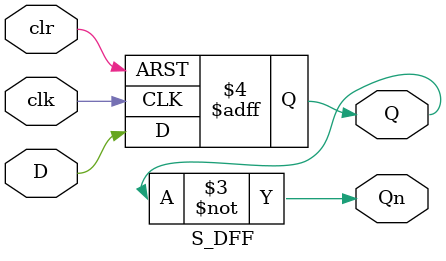
<source format=v>
`timescale 1ns / 1ps
module S_DFF(
	input wire clk,
	input wire clr,
	input wire D,
	output reg Q,
	output wire Qn
    );
	 
	 always@(posedge clk,negedge clr)
	 begin
	 if(clr==1'b0)
	 Q <= 1'b0;
	 else 
	 Q <= D;
	 end
	
	assign Qn = ~Q;

endmodule

</source>
